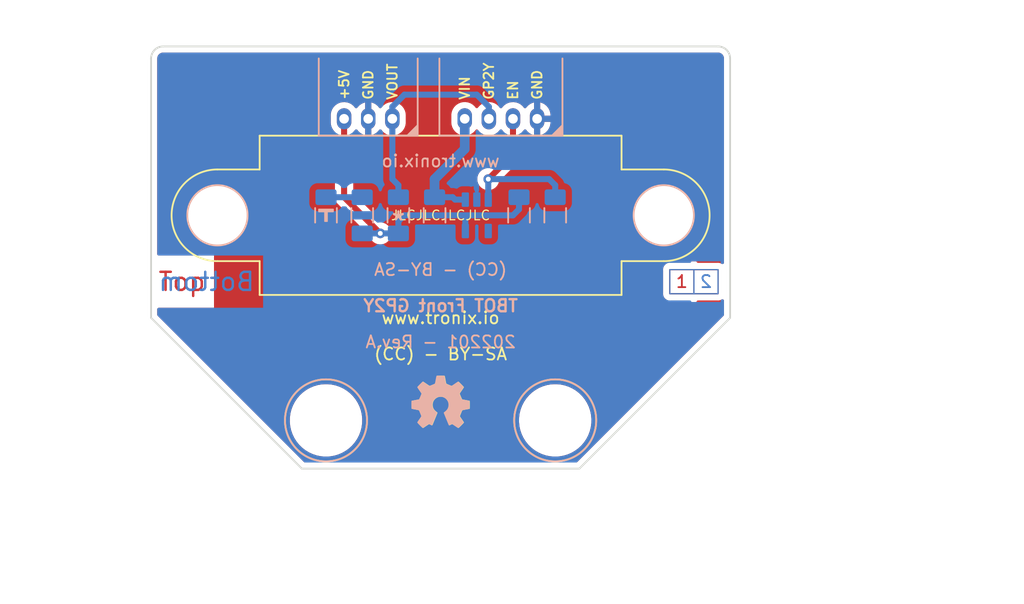
<source format=kicad_pcb>
(kicad_pcb (version 20211014) (generator pcbnew)
  (title_block (title "TBOT - Front SHARP-GP2Y") (date "01/2022") (rev "A"))
  (layers (0 "F.Cu" signal) (31 "B.Cu" signal) (34 "B.Paste" user) (35 "F.Paste" user) (36 "B.SilkS" user "B.Silkscreen") (37 "F.SilkS" user "F.Silkscreen") (38 "B.Mask" user) (39 "F.Mask" user) (44 "Edge.Cuts" user))
  (net 0 "")
  (net 1 "GND")
  (net 2 "+5V")
  (net 3 "VIN")
  (net 4 "Net-(LED1-Pad2)")
  (net 5 "MCU_ENABLE")
  (net 7 "GP2Y_OUT")
  (footprint "tronixio:OSHW-5MM" (layer "F.Cu") (at 124 94.5)
    (fp_text reference "GT" hide)
    (fp_text value "LOGO" hide)
    (fp_poly (pts (xy 0.112503 -2.205305) (xy 0.188585 -2.204991) (xy 0.245175 -2.204139) (xy 0.285349 -2.202485) (xy 0.312183 -2.19976) (xy 0.328754 -2.195697) (xy 0.338137 -2.190029) (xy 0.343407 -2.182489) (xy 0.346067 -2.176502) (xy 0.351819 -2.155872) (xy 0.361219 -2.114019) (xy 0.373445 -2.054971) (xy 0.387673 -1.982754) (xy 0.403082 -1.901397) (xy 0.410766 -1.859685) (xy 0.426304 -1.776128) (xy 0.440921 -1.700487) (xy 0.453831 -1.636607) (xy 0.464245 -1.58833) (xy 0.471376 -1.559501) (xy 0.473495 -1.553524) (xy 0.487624 -1.543829) (xy 0.520987 -1.52669) (xy 0.568967 -1.504087) (xy 0.626948 -1.477998) (xy 0.690314 -1.450405) (xy 0.754449 -1.423285) (xy 0.814737 -1.398618) (xy 0.866561 -1.378383) (xy 0.905305 -1.36456) (xy 0.926354 -1.359128) (xy 0.92691 -1.359112) (xy 0.941518 -1.366107) (xy 0.97411 -1.385773) (xy 1.021624 -1.416127) (xy 1.080997 -1.455189) (xy 1.149167 -1.500978) (xy 1.204337 -1.538617) (xy 1.276991 -1.58813) (xy 1.343025 -1.632413) (xy 1.399403 -1.669487) (xy 1.443088 -1.697374) (xy 1.471043 -1.714097) (xy 1.47988 -1.718122) (xy 1.493641 -1.709282) (xy 1.521915 -1.684807) (xy 1.561669 -1.647768) (xy 1.609873 -1.601234) (xy 1.663495 -1.548276) (xy 1.719505 -1.491962) (xy 1.774871 -1.435363) (xy 1.826562 -1.381549) (xy 1.871548 -1.33359) (xy 1.906797 -1.294555) (xy 1.929278 -1.267514) (xy 1.936093 -1.256075) (xy 1.930212 -1.239792) (xy 1.912193 -1.207543) (xy 1.881475 -1.158462) (xy 1.837495 -1.091686) (xy 1.779689 -1.00635) (xy 1.707495 -0.901591) (xy 1.671879 -0.850344) (xy 1.638824 -0.80126) (xy 1.612148 -0.758563) (xy 1.594893 -0.727324) (xy 1.589904 -0.713655) (xy 1.594754 -0.697334) (xy 1.608013 -0.662128) (xy 1.62775 -0.612617) (xy 1.652031 -0.55338) (xy 1.678922 -0.488996) (xy 1.706491 -0.424047) (xy 1.732803 -0.363111) (xy 1.755927 -0.310768) (xy 1.773928 -0.271598) (xy 1.784874 -0.25018) (xy 1.786526 -0.247868) (xy 1.800495 -0.243726) (xy 1.836105 -0.235699) (xy 1.889773 -0.224522) (xy 1.957915 -0.210929) (xy 2.036948 -0.195656) (xy 2.090365 -0.185568) (xy 2.175183 -0.169544) (xy 2.252099 -0.15474) (xy 2.317349 -0.141901) (xy 2.367173 -0.131773) (xy 2.397809 -0.125104) (xy 2.405431 -0.123066) (xy 2.411063 -0.116814) (xy 2.415426 -0.101095) (xy 2.418668 -0.073197) (xy 2.420933 -0.030409) (xy 2.422366 0.02998) (xy 2.423114 0.110684) (xy 2.423321 0.210293) (xy 2.423202 0.310587) (xy 2.422711 0.388201) (xy 2.421649 0.446096) (xy 2.419816 0.487237) (xy 2.417013 0.514584) (xy 2.41304 0.531101) (xy 2.407697 0.53975) (xy 2.400883 0.543466) (xy 2.378661 0.548625) (xy 2.338314 0.556746) (xy 2.286985 0.566415) (xy 2.263049 0.570744) (xy 2.127407 0.595376) (xy 2.016332 0.616479) (xy 1.929018 0.634225) (xy 1.864656 0.64879) (xy 1.82244 0.660347) (xy 1.801562 0.66907) (xy 1.79987 0.670496) (xy 1.791465 0.686078) (xy 1.775685 0.720992) (xy 1.754362 0.770707) (xy 1.729327 0.830694) (xy 1.702414 0.896422) (xy 1.675454 0.96336) (xy 1.650281 1.026979) (xy 1.628726 1.082748) (xy 1.612622 1.126137) (xy 1.603801 1.152615) (xy 1.602692 1.157988) (xy 1.610028 1.172767) (xy 1.63143 1.207108) (xy 1.666036 1.259722) (xy 1.712983 1.329322) (xy 1.771408 1.414621) (xy 1.840447 1.51433) (xy 1.867654 1.553391) (xy 1.897811 1.599113) (xy 1.921185 1.639288) (xy 1.934376 1.667841) (xy 1.936093 1.675677) (xy 1.927103 1.692014) (xy 1.901418 1.723855) (xy 1.860965 1.769075) (xy 1.807672 1.82555) (xy 1.743466 1.891154) (xy 1.71296 1.921664) (xy 1.643302 1.990709) (xy 1.589314 2.043494) (xy 1.548612 2.081971) (xy 1.518813 2.108091) (xy 1.497532 2.123805) (xy 1.482386 2.131066) (xy 1.470991 2.131825) (xy 1.460964 2.128033) (xy 1.460917 2.128008) (xy 1.441892 2.116253) (xy 1.405419 2.09234) (xy 1.355138 2.058707) (xy 1.294686 2.017792) (xy 1.227702 1.972033) (xy 1.210483 1.960205) (xy 1.143557 1.914694) (xy 1.083189 1.874607) (xy 1.032748 1.842104) (xy 0.995605 1.819344) (xy 0.975129 1.808488) (xy 0.972784 1.807875) (xy 0.955044 1.813477) (xy 0.920428 1.82855) (xy 0.874685 1.850498) (xy 0.843591 1.866246) (xy 0.794692 1.890329) (xy 0.754091 1.908142) (xy 0.727189 1.917434) (xy 0.719661 1.917874) (xy 0.71184 1.904564) (xy 0.695873 1.87093) (xy 0.673276 1.820398) (xy 0.645566 1.756397) (xy 0.614262 1.682354) (xy 0.595951 1.638326) (xy 0.555205 1.539832) (xy 0.509885 1.430374) (xy 0.463588 1.318629) (xy 0.419909 1.213275) (xy 0.382617 1.123407) (xy 0.352192 1.049365) (xy 0.325466 0.982847) (xy 0.303922 0.927668) (xy 0.289044 0.887646) (xy 0.282318 0.866596) (xy 0.28208 0.86489) (xy 0.291868 0.850064) (xy 0.317767 0.825757) (xy 0.354572 0.796754) (xy 0.362216 0.791216) (xy 0.47362 0.699405) (xy 0.560778 0.600114) (xy 0.624272 0.492284) (xy 0.664684 0.374854) (xy 0.682594 0.246763) (xy 0.683668 0.205149) (xy 0.672966 0.079705) (xy 0.639876 -0.035509) (xy 0.583362 -0.143051) (xy 0.502387 -0.245478) (xy 0.500128 -0.247901) (xy 0.404266 -0.332655) (xy 0.297367 -0.395917) (xy 0.182586 -0.437559) (xy 0.063074 -0.45745) (xy -0.058015 -0.455461) (xy -0.177529 -0.431461) (xy -0.292317 -0.38532) (xy -0.399224 -0.316909) (xy -0.435557 -0.286461) (xy -0.524789 -0.19034) (xy -0.590858 -0.083248) (xy -0.63358 0.034398) (xy -0.65277 0.162186) (xy -0.653912 0.203806) (xy -0.64477 0.331905) (xy -0.616397 0.446756) (xy -0.567372 0.551025) (xy -0.496276 0.647379) (xy -0.401689 0.738486) (xy -0.345898 0.782346) (xy -0.305473 0.814275) (xy -0.274554 0.84243) (xy -0.257973 0.862253) (xy -0.256436 0.866724) (xy -0.261189 0.882472) (xy -0.274692 0.919019) (xy -0.295811 0.973504) (xy -0.323413 1.043065) (xy -0.356365 1.124837) (xy -0.393532 1.21596) (xy -0.424781 1.291835) (xy -0.466473 1.392714) (xy -0.506757 1.490316) (xy -0.54414 1.581016) (xy -0.57713 1.661187) (xy -0.604234 1.727202) (xy -0.623959 1.775436) (xy -0.631922 1.795053) (xy -0.656173 1.85428) (xy -0.675445 1.89208) (xy -0.695005 1.910535) (xy -0.720119 1.911726) (xy -0.756055 1.897735) (xy -0.80808 1.870643) (xy -0.814523 1.867212) (xy -0.863833 1.841835) (xy -0.905672 1.821875) (xy -0.934272 1.810004) (xy -0.942679 1.807875) (xy -0.957624 1.814831) (xy -0.990452 1.834339) (xy -1.037961 1.864353) (xy -1.096948 1.902829) (xy -1.164211 1.947723) (xy -1.20379 1.974558) (xy -1.273782 2.022017) (xy -1.336742 2.064219) (xy -1.389581 2.099132) (xy -1.429212 2.124728) (xy -1.452547 2.138976) (xy -1.457362 2.141242) (xy -1.468597 2.132572) (xy -1.495354 2.108206) (xy -1.53505 2.070611) (xy -1.585104 2.022252) (xy -1.642932 1.965596) (xy -1.688443 1.920545) (xy -1.754363 1.854061) (xy -1.811428 1.794627) (xy -1.857492 1.744605) (xy -1.890411 1.706358) (xy -1.908038 1.682247) (xy -1.910449 1.676115) (xy -1.903342 1.656709) (xy -1.88402 1.621725) (xy -1.855484 1.576225) (xy -1.822794 1.528185) (xy -1.761853 1.44109) (xy -1.706889 1.361082) (xy -1.659529 1.29063) (xy -1.621397 1.232204) (xy -1.594118 1.188276) (xy -1.579316 1.161316) (xy -1.577082 1.154608) (xy -1.581837 1.136716) (xy -1.594857 1.099854) (xy -1.614275 1.048609) (xy -1.638222 0.987568) (xy -1.664831 0.921316) (xy -1.692235 0.854442) (xy -1.718566 0.791531) (xy -1.741957 0.737171) (xy -1.76054 0.695948) (xy -1.772447 0.672449) (xy -1.774702 0.66925) (xy -1.791569 0.66222) (xy -1.829891 0.651729) (xy -1.885847 0.638647) (xy -1.955617 0.623842) (xy -2.035381 0.608183) (xy -2.07828 0.60022) (xy -2.161621 0.584627) (xy -2.236906 0.569745) (xy -2.300315 0.556391) (xy -2.348033 0.545387) (xy -2.37624 0.537551) (xy -2.381867 0.535051) (xy -2.387099 0.524908) (xy -2.390991 0.502231) (xy -2.393638 0.46456) (xy -2.395134 0.409435) (xy -2.395573 0.334397) (xy -2.39505 0.236985) (xy -2.394689 0.200194) (xy -2.391267 -0.121807) (xy -2.282282 -0.143659) (xy -2.229898 -0.153965) (xy -2.160108 -0.167419) (xy -2.080727 -0.182526) (xy -1.999569 -0.197795) (xy -1.970053 -0.203298) (xy -1.900658 -0.216734) (xy -1.840162 -0.229455) (xy -1.793065 -0.240437) (xy -1.763866 -0.248652) (xy -1.756665 -0.251967) (xy -1.746988 -0.268752) (xy -1.729936 -0.304533) (xy -1.707477 -0.354612) (xy -1.681582 -0.414291) (xy -1.654218 -0.478872) (xy -1.627353 -0.543658) (xy -1.602957 -0.60395) (xy -1.582998 -0.65505) (xy -1.569445 -0.692261) (xy -1.564266 -0.710885) (xy -1.564261 -0.711124) (xy -1.571273 -0.727773) (xy -1.590937 -0.762151) (xy -1.621195 -0.810982) (xy -1.659988 -0.870991) (xy -1.705259 -0.938901) (xy -1.732615 -0.979077) (xy -1.780965 -1.050145) (xy -1.82446 -1.115201) (xy -1.860949 -1.170937) (xy -1.888284 -1.214046) (xy -1.904314 -1.24122) (xy -1.907531 -1.248169) (xy -1.904717 -1.261112) (xy -1.890381 -1.283286) (xy -1.863069 -1.316351) (xy -1.821325 -1.361969) (xy -1.763692 -1.421801) (xy -1.691232 -1.494988) (xy -1.628982 -1.55669) (xy -1.572135 -1.611849) (xy -1.523344 -1.657988) (xy -1.485263 -1.692627) (xy -1.460542 -1.713289) (xy -1.452414 -1.718122) (xy -1.437782 -1.711105) (xy -1.405251 -1.6914) (xy -1.357928 -1.661025) (xy -1.298923 -1.621998) (xy -1.231343 -1.576338) (xy -1.183018 -1.543181) (xy -1.111112 -1.493886) (xy -1.04544 -1.44951) (xy -0.989183 -1.41215) (xy -0.945519 -1.383901) (xy -0.917627 -1.36686) (xy -0.90944 -1.362781) (xy -0.891885 -1.365776) (xy -0.855505 -1.377082) (xy -0.805012 -1.394838) (xy -0.745121 -1.417183) (xy -0.680546 -1.442257) (xy -0.616001 -1.468199) (xy -0.5562 -1.493147) (xy -0.505857 -1.515243) (xy -0.469686 -1.532623) (xy -0.45278 -1.543038) (xy -0.446293 -1.559308) (xy -0.436108 -1.597206) (xy -0.423041 -1.653118) (xy -0.407909 -1.723429) (xy -0.391528 -1.804525) (xy -0.378917 -1.870225) (xy -0.362481 -1.956759) (xy -0.347254 -2.035011) (xy -0.333961 -2.101421) (xy -0.323321 -2.152432) (xy -0.316058 -2.184486) (xy -0.31324 -2.193976) (xy -0.299005 -2.197095) (xy -0.262664 -2.199887) (xy -0.207755 -2.20223) (xy -0.137813 -2.204) (xy -0.056376 -2.205075) (xy 0.013853 -2.205351)) (layer "F.SilkS") (width 0) (fill solid))
  )
  (footprint "tronixio:SHARP-GP2Y0A" (layer "F.Cu") (at 124 79)
    (fp_text reference "IR1")
    (fp_text value "SHARP-GP2Y0xx1")
    (fp_circle (center -18.5 0) (end -16 0) (layer "B.SilkS") (width 0.15) (fill none))
    (fp_circle (center 18.5 0) (end 21 0) (layer "B.SilkS") (width 0.15) (fill none))
    (fp_line (start 15 3.8) (end 18.5 3.8) (layer "F.SilkS") (width 0.15))
    (fp_line (start -18.5 3.8) (end -15 3.8) (layer "F.SilkS") (width 0.15))
    (fp_line (start 15 -3.8) (end 15 -6.6) (layer "F.SilkS") (width 0.15))
    (fp_line (start -15 3.8) (end -15 6.6) (layer "F.SilkS") (width 0.15))
    (fp_line (start -15 6.6) (end 15 6.6) (layer "F.SilkS") (width 0.15))
    (fp_line (start 18.5 -3.8) (end 15 -3.8) (layer "F.SilkS") (width 0.15))
    (fp_line (start -15 -6.6) (end -15 -3.8) (layer "F.SilkS") (width 0.15))
    (fp_line (start -15 -6.6) (end 15 -6.6) (layer "F.SilkS") (width 0.15))
    (fp_line (start -15 -3.8) (end -18.5 -3.8) (layer "F.SilkS") (width 0.15))
    (fp_line (start 15 6.6) (end 15 3.8) (layer "F.SilkS") (width 0.15))
    (fp_arc (start -18.5 3.8) (mid -22.3 0) (end -18.5 -3.8) (layer "F.SilkS") (width 0.15))
    (fp_arc (start 18.5 -3.8) (mid 22.3 0) (end 18.5 3.8) (layer "F.SilkS") (width 0.15))
    (pad "" np_thru_hole circle (at 18.5 0) (size 3 3) (drill 3) (layers F&B.Cu *.Mask) (clearance 1))
    (pad "" np_thru_hole circle (at -18.5 0) (size 3 3) (drill 3) (layers F&B.Cu *.Mask) (clearance 1))
  )
  (footprint "tronixio:M3-MASK" (layer "B.Cu") (at 114.5 96 180)
    (fp_text reference "H2" hide)
    (fp_text value "MOUNTING-HOLE-MASK-3MM" hide)
    (fp_circle (center 0 0) (end 3.4 0) (layer "B.SilkS") (width 0.15) (fill none))
    (fp_circle (center 0 0) (end 3.4 0) (layer "F.SilkS") (width 0.15) (fill none))
    (pad "" np_thru_hole circle (at 0 0 180) (size 3 3) (drill 3) (layers F&B.Cu *.Mask) (clearance 1.5))
  )
  (footprint "tronixio:CAPACITOR-1206" (layer "B.Cu") (at 130.5 79 -90)
    (fp_text reference "C2")
    (fp_text value "1µ")
    (fp_line (start -0.6 0.9) (end 0.6 0.9) (layer "B.SilkS") (width 0.15))
    (fp_line (start -0.6 -0.9) (end 0.6 -0.9) (layer "B.SilkS") (width 0.15))
    (pad "1" smd roundrect (at -1.5 0 270) (size 1.3 1.75) (layers "B.Cu" "B.Paste" "B.Mask") (roundrect_rratio 0.15) (net 2 "+5V"))
    (pad "2" smd roundrect (at 1.5 0 270) (size 1.3 1.75) (layers "B.Cu" "B.Paste" "B.Mask") (roundrect_rratio 0.15) (net 1 "GND"))
  )
  (footprint "tronixio:LED-1206" (layer "B.Cu") (at 114.5 79 90)
    (fp_text reference "LED1")
    (fp_text value "Power")
    (fp_line (start -0.6 -0.9) (end 0.6 -0.9) (layer "B.SilkS") (width 0.15))
    (fp_line (start -0.6 0.9) (end 0.6 0.9) (layer "B.SilkS") (width 0.15))
    (fp_poly (pts (xy 0.5 -0.6) (xy 0.3 -0.6) (xy 0.3 -0.1) (xy -0.5 -0.1) (xy -0.5 0.1) (xy 0.3 0.1) (xy 0.3 0.6) (xy 0.5 0.6)) (layer "B.SilkS") (width 0.1) (fill solid))
    (pad "1" smd roundrect (at -1.5 0 90) (size 1.3 1.75) (layers "B.Cu" "B.Paste" "B.Mask") (roundrect_rratio 0.15) (net 1 "GND"))
    (pad "2" smd roundrect (at 1.5 0 90) (size 1.3 1.75) (layers "B.Cu" "B.Paste" "B.Mask") (roundrect_rratio 0.15) (net 4 "Net-(LED1-Pad2)"))
  )
  (footprint "tronixio:SOT-23-5" (layer "B.Cu") (at 127 79 -90)
    (fp_text reference "IC1")
    (fp_text value "MCP1755-50")
    (pad "1" smd roundrect locked (at -1.3 0.95 270) (size 1.2 0.6) (layers "B.Cu" "B.Paste" "B.Mask") (roundrect_rratio 0.15) (net 3 "VIN"))
    (pad "2" smd roundrect locked (at -1.3 0 270) (size 1.2 0.6) (layers "B.Cu" "B.Paste" "B.Mask") (roundrect_rratio 0.15) (net 1 "GND"))
    (pad "3" smd roundrect locked (at -1.3 -0.95 270) (size 1.2 0.6) (layers "B.Cu" "B.Paste" "B.Mask") (roundrect_rratio 0.15) (net 5 "MCU_ENABLE"))
    (pad "4" smd roundrect locked (at 1.3 -0.95 270) (size 1.2 0.6) (layers "B.Cu" "B.Paste" "B.Mask") (roundrect_rratio 0.15))
    (pad "5" smd roundrect locked (at 1.3 0.95 270) (size 1.2 0.6) (layers "B.Cu" "B.Paste" "B.Mask") (roundrect_rratio 0.15) (net 2 "+5V"))
  )
  (footprint "tronixio:CAPACITOR-1206" (layer "B.Cu") (at 123.5 79 -90)
    (fp_text reference "C1")
    (fp_text value "1µ")
    (fp_line (start -0.6 0.9) (end 0.6 0.9) (layer "B.SilkS") (width 0.15))
    (fp_line (start -0.6 -0.9) (end 0.6 -0.9) (layer "B.SilkS") (width 0.15))
    (pad "1" smd roundrect (at -1.5 0 270) (size 1.3 1.75) (layers "B.Cu" "B.Paste" "B.Mask") (roundrect_rratio 0.15) (net 3 "VIN"))
    (pad "2" smd roundrect (at 1.5 0 270) (size 1.3 1.75) (layers "B.Cu" "B.Paste" "B.Mask") (roundrect_rratio 0.15) (net 1 "GND"))
  )
  (footprint "tronixio:M3-MASK" (layer "B.Cu") (at 133.5 96 90)
    (fp_text reference "H1" hide)
    (fp_text value "MOUNTING-HOLE-MASK-3MM" hide)
    (fp_circle (center 0 0) (end 3.4 0) (layer "B.SilkS") (width 0.15) (fill none))
    (fp_circle (center 0 0) (end 3.4 0) (layer "F.SilkS") (width 0.15) (fill none))
    (pad "" np_thru_hole circle (at 0 0 90) (size 3 3) (drill 3) (layers F&B.Cu *.Mask) (clearance 1.5))
  )
  (footprint "tronixio:RESISTOR-1206" (layer "B.Cu") (at 133.5 79 -90)
    (fp_text reference "R1")
    (fp_text value "100K")
    (fp_line (start -0.6 -0.9) (end 0.6 -0.9) (layer "B.SilkS") (width 0.15))
    (fp_line (start -0.6 0.9) (end 0.6 0.9) (layer "B.SilkS") (width 0.15))
    (pad "1" smd roundrect (at -1.5 0 270) (size 1.3 1.75) (layers "B.Cu" "B.Paste" "B.Mask") (roundrect_rratio 0.15) (net 5 "MCU_ENABLE"))
    (pad "2" smd roundrect (at 1.5 0 270) (size 1.3 1.75) (layers "B.Cu" "B.Paste" "B.Mask") (roundrect_rratio 0.15) (net 1 "GND"))
  )
  (footprint "tronixio:RESISTOR-1206" (layer "B.Cu") (at 117.5 79 90)
    (fp_text reference "R2")
    (fp_text value "4K7")
    (fp_line (start -0.6 0.9) (end 0.6 0.9) (layer "B.SilkS") (width 0.15))
    (fp_line (start -0.6 -0.9) (end 0.6 -0.9) (layer "B.SilkS") (width 0.15))
    (pad "1" smd roundrect (at -1.5 0 90) (size 1.3 1.75) (layers "B.Cu" "B.Paste" "B.Mask") (roundrect_rratio 0.15) (net 2 "+5V"))
    (pad "2" smd roundrect (at 1.5 0 90) (size 1.3 1.75) (layers "B.Cu" "B.Paste" "B.Mask") (roundrect_rratio 0.15) (net 4 "Net-(LED1-Pad2)"))
  )
  (footprint "tronixio:MOLEX-532540470" (layer "B.Cu") (at 132 71 180)
    (fp_text reference "K2")
    (fp_text value "MCU")
    (fp_line (start 8.1 -1.4) (end 8.1 5) (layer "B.SilkS") (width 0.15))
    (fp_line (start -2.1 5) (end -2.1 -1.4) (layer "B.SilkS") (width 0.15))
    (fp_line (start -2.1 -1.4) (end 8.1 -1.4) (layer "B.SilkS") (width 0.15))
    (fp_poly (pts (xy -2.1 -0.5) (xy -1.2 -1.4) (xy -2.1 -1.4)) (layer "B.SilkS") (width 0.1) (fill solid))
    (pad "1" thru_hole oval locked (at 0 0 180) (size 1.2 1.75) (drill 0.8) (layers *.Cu *.Mask) (net 1 "GND"))
    (pad "2" thru_hole oval locked (at 2 0 180) (size 1.2 1.75) (drill 0.8) (layers *.Cu *.Mask) (net 5 "MCU_ENABLE"))
    (pad "3" thru_hole oval locked (at 4 0 180) (size 1.2 1.75) (drill 0.8) (layers *.Cu *.Mask) (net 7 "GP2Y_OUT"))
    (pad "4" thru_hole oval locked (at 6 0 180) (size 1.2 1.75) (drill 0.8) (layers *.Cu *.Mask) (net 3 "VIN"))
  )
  (footprint "tronixio:OSHW-5MM" (layer "B.Cu") (at 124 94.5 180)
    (fp_text reference "GB" hide)
    (fp_text value "LOGO" hide)
    (fp_poly (pts (xy 0.112503 2.205305) (xy 0.188585 2.204991) (xy 0.245175 2.204139) (xy 0.285349 2.202485) (xy 0.312183 2.19976) (xy 0.328754 2.195697) (xy 0.338137 2.190029) (xy 0.343407 2.182489) (xy 0.346067 2.176502) (xy 0.351819 2.155872) (xy 0.361219 2.114019) (xy 0.373445 2.054971) (xy 0.387673 1.982754) (xy 0.403082 1.901397) (xy 0.410766 1.859685) (xy 0.426304 1.776128) (xy 0.440921 1.700487) (xy 0.453831 1.636607) (xy 0.464245 1.58833) (xy 0.471376 1.559501) (xy 0.473495 1.553524) (xy 0.487624 1.543829) (xy 0.520987 1.52669) (xy 0.568967 1.504087) (xy 0.626948 1.477998) (xy 0.690314 1.450405) (xy 0.754449 1.423285) (xy 0.814737 1.398618) (xy 0.866561 1.378383) (xy 0.905305 1.36456) (xy 0.926354 1.359128) (xy 0.92691 1.359112) (xy 0.941518 1.366107) (xy 0.97411 1.385773) (xy 1.021624 1.416127) (xy 1.080997 1.455189) (xy 1.149167 1.500978) (xy 1.204337 1.538617) (xy 1.276991 1.58813) (xy 1.343025 1.632413) (xy 1.399403 1.669487) (xy 1.443088 1.697374) (xy 1.471043 1.714097) (xy 1.47988 1.718122) (xy 1.493641 1.709282) (xy 1.521915 1.684807) (xy 1.561669 1.647768) (xy 1.609873 1.601234) (xy 1.663495 1.548276) (xy 1.719505 1.491962) (xy 1.774871 1.435363) (xy 1.826562 1.381549) (xy 1.871548 1.33359) (xy 1.906797 1.294555) (xy 1.929278 1.267514) (xy 1.936093 1.256075) (xy 1.930212 1.239792) (xy 1.912193 1.207543) (xy 1.881475 1.158462) (xy 1.837495 1.091686) (xy 1.779689 1.00635) (xy 1.707495 0.901591) (xy 1.671879 0.850344) (xy 1.638824 0.80126) (xy 1.612148 0.758563) (xy 1.594893 0.727324) (xy 1.589904 0.713655) (xy 1.594754 0.697334) (xy 1.608013 0.662128) (xy 1.62775 0.612617) (xy 1.652031 0.55338) (xy 1.678922 0.488996) (xy 1.706491 0.424047) (xy 1.732803 0.363111) (xy 1.755927 0.310768) (xy 1.773928 0.271598) (xy 1.784874 0.25018) (xy 1.786526 0.247868) (xy 1.800495 0.243726) (xy 1.836105 0.235699) (xy 1.889773 0.224522) (xy 1.957915 0.210929) (xy 2.036948 0.195656) (xy 2.090365 0.185568) (xy 2.175183 0.169544) (xy 2.252099 0.15474) (xy 2.317349 0.141901) (xy 2.367173 0.131773) (xy 2.397809 0.125104) (xy 2.405431 0.123066) (xy 2.411063 0.116814) (xy 2.415426 0.101095) (xy 2.418668 0.073197) (xy 2.420933 0.030409) (xy 2.422366 -0.02998) (xy 2.423114 -0.110684) (xy 2.423321 -0.210293) (xy 2.423202 -0.310587) (xy 2.422711 -0.388201) (xy 2.421649 -0.446096) (xy 2.419816 -0.487237) (xy 2.417013 -0.514584) (xy 2.41304 -0.531101) (xy 2.407697 -0.53975) (xy 2.400883 -0.543466) (xy 2.378661 -0.548625) (xy 2.338314 -0.556746) (xy 2.286985 -0.566415) (xy 2.263049 -0.570744) (xy 2.127407 -0.595376) (xy 2.016332 -0.616479) (xy 1.929018 -0.634225) (xy 1.864656 -0.64879) (xy 1.82244 -0.660347) (xy 1.801562 -0.66907) (xy 1.79987 -0.670496) (xy 1.791465 -0.686078) (xy 1.775685 -0.720992) (xy 1.754362 -0.770707) (xy 1.729327 -0.830694) (xy 1.702414 -0.896422) (xy 1.675454 -0.96336) (xy 1.650281 -1.026979) (xy 1.628726 -1.082748) (xy 1.612622 -1.126137) (xy 1.603801 -1.152615) (xy 1.602692 -1.157988) (xy 1.610028 -1.172767) (xy 1.63143 -1.207108) (xy 1.666036 -1.259722) (xy 1.712983 -1.329322) (xy 1.771408 -1.414621) (xy 1.840447 -1.51433) (xy 1.867654 -1.553391) (xy 1.897811 -1.599113) (xy 1.921185 -1.639288) (xy 1.934376 -1.667841) (xy 1.936093 -1.675677) (xy 1.927103 -1.692014) (xy 1.901418 -1.723855) (xy 1.860965 -1.769075) (xy 1.807672 -1.82555) (xy 1.743466 -1.891154) (xy 1.71296 -1.921664) (xy 1.643302 -1.990709) (xy 1.589314 -2.043494) (xy 1.548612 -2.081971) (xy 1.518813 -2.108091) (xy 1.497532 -2.123805) (xy 1.482386 -2.131066) (xy 1.470991 -2.131825) (xy 1.460964 -2.128033) (xy 1.460917 -2.128008) (xy 1.441892 -2.116253) (xy 1.405419 -2.09234) (xy 1.355138 -2.058707) (xy 1.294686 -2.017792) (xy 1.227702 -1.972033) (xy 1.210483 -1.960205) (xy 1.143557 -1.914694) (xy 1.083189 -1.874607) (xy 1.032748 -1.842104) (xy 0.995605 -1.819344) (xy 0.975129 -1.808488) (xy 0.972784 -1.807875) (xy 0.955044 -1.813477) (xy 0.920428 -1.82855) (xy 0.874685 -1.850498) (xy 0.843591 -1.866246) (xy 0.794692 -1.890329) (xy 0.754091 -1.908142) (xy 0.727189 -1.917434) (xy 0.719661 -1.917874) (xy 0.71184 -1.904564) (xy 0.695873 -1.87093) (xy 0.673276 -1.820398) (xy 0.645566 -1.756397) (xy 0.614262 -1.682354) (xy 0.595951 -1.638326) (xy 0.555205 -1.539832) (xy 0.509885 -1.430374) (xy 0.463588 -1.318629) (xy 0.419909 -1.213275) (xy 0.382617 -1.123407) (xy 0.352192 -1.049365) (xy 0.325466 -0.982847) (xy 0.303922 -0.927668) (xy 0.289044 -0.887646) (xy 0.282318 -0.866596) (xy 0.28208 -0.86489) (xy 0.291868 -0.850064) (xy 0.317767 -0.825757) (xy 0.354572 -0.796754) (xy 0.362216 -0.791216) (xy 0.47362 -0.699405) (xy 0.560778 -0.600114) (xy 0.624272 -0.492284) (xy 0.664684 -0.374854) (xy 0.682594 -0.246763) (xy 0.683668 -0.205149) (xy 0.672966 -0.079705) (xy 0.639876 0.035509) (xy 0.583362 0.143051) (xy 0.502387 0.245478) (xy 0.500128 0.247901) (xy 0.404266 0.332655) (xy 0.297367 0.395917) (xy 0.182586 0.437559) (xy 0.063074 0.45745) (xy -0.058015 0.455461) (xy -0.177529 0.431461) (xy -0.292317 0.38532) (xy -0.399224 0.316909) (xy -0.435557 0.286461) (xy -0.524789 0.19034) (xy -0.590858 0.083248) (xy -0.63358 -0.034398) (xy -0.65277 -0.162186) (xy -0.653912 -0.203806) (xy -0.64477 -0.331905) (xy -0.616397 -0.446756) (xy -0.567372 -0.551025) (xy -0.496276 -0.647379) (xy -0.401689 -0.738486) (xy -0.345898 -0.782346) (xy -0.305473 -0.814275) (xy -0.274554 -0.84243) (xy -0.257973 -0.862253) (xy -0.256436 -0.866724) (xy -0.261189 -0.882472) (xy -0.274692 -0.919019) (xy -0.295811 -0.973504) (xy -0.323413 -1.043065) (xy -0.356365 -1.124837) (xy -0.393532 -1.21596) (xy -0.424781 -1.291835) (xy -0.466473 -1.392714) (xy -0.506757 -1.490316) (xy -0.54414 -1.581016) (xy -0.57713 -1.661187) (xy -0.604234 -1.727202) (xy -0.623959 -1.775436) (xy -0.631922 -1.795053) (xy -0.656173 -1.85428) (xy -0.675445 -1.89208) (xy -0.695005 -1.910535) (xy -0.720119 -1.911726) (xy -0.756055 -1.897735) (xy -0.80808 -1.870643) (xy -0.814523 -1.867212) (xy -0.863833 -1.841835) (xy -0.905672 -1.821875) (xy -0.934272 -1.810004) (xy -0.942679 -1.807875) (xy -0.957624 -1.814831) (xy -0.990452 -1.834339) (xy -1.037961 -1.864353) (xy -1.096948 -1.902829) (xy -1.164211 -1.947723) (xy -1.20379 -1.974558) (xy -1.273782 -2.022017) (xy -1.336742 -2.064219) (xy -1.389581 -2.099132) (xy -1.429212 -2.124728) (xy -1.452547 -2.138976) (xy -1.457362 -2.141242) (xy -1.468597 -2.132572) (xy -1.495354 -2.108206) (xy -1.53505 -2.070611) (xy -1.585104 -2.022252) (xy -1.642932 -1.965596) (xy -1.688443 -1.920545) (xy -1.754363 -1.854061) (xy -1.811428 -1.794627) (xy -1.857492 -1.744605) (xy -1.890411 -1.706358) (xy -1.908038 -1.682247) (xy -1.910449 -1.676115) (xy -1.903342 -1.656709) (xy -1.88402 -1.621725) (xy -1.855484 -1.576225) (xy -1.822794 -1.528185) (xy -1.761853 -1.44109) (xy -1.706889 -1.361082) (xy -1.659529 -1.29063) (xy -1.621397 -1.232204) (xy -1.594118 -1.188276) (xy -1.579316 -1.161316) (xy -1.577082 -1.154608) (xy -1.581837 -1.136716) (xy -1.594857 -1.099854) (xy -1.614275 -1.048609) (xy -1.638222 -0.987568) (xy -1.664831 -0.921316) (xy -1.692235 -0.854442) (xy -1.718566 -0.791531) (xy -1.741957 -0.737171) (xy -1.76054 -0.695948) (xy -1.772447 -0.672449) (xy -1.774702 -0.66925) (xy -1.791569 -0.66222) (xy -1.829891 -0.651729) (xy -1.885847 -0.638647) (xy -1.955617 -0.623842) (xy -2.035381 -0.608183) (xy -2.07828 -0.60022) (xy -2.161621 -0.584627) (xy -2.236906 -0.569745) (xy -2.300315 -0.556391) (xy -2.348033 -0.545387) (xy -2.37624 -0.537551) (xy -2.381867 -0.535051) (xy -2.387099 -0.524908) (xy -2.390991 -0.502231) (xy -2.393638 -0.46456) (xy -2.395134 -0.409435) (xy -2.395573 -0.334397) (xy -2.39505 -0.236985) (xy -2.394689 -0.200194) (xy -2.391267 0.121807) (xy -2.282282 0.143659) (xy -2.229898 0.153965) (xy -2.160108 0.167419) (xy -2.080727 0.182526) (xy -1.999569 0.197795) (xy -1.970053 0.203298) (xy -1.900658 0.216734) (xy -1.840162 0.229455) (xy -1.793065 0.240437) (xy -1.763866 0.248652) (xy -1.756665 0.251967) (xy -1.746988 0.268752) (xy -1.729936 0.304533) (xy -1.707477 0.354612) (xy -1.681582 0.414291) (xy -1.654218 0.478872) (xy -1.627353 0.543658) (xy -1.602957 0.60395) (xy -1.582998 0.65505) (xy -1.569445 0.692261) (xy -1.564266 0.710885) (xy -1.564261 0.711124) (xy -1.571273 0.727773) (xy -1.590937 0.762151) (xy -1.621195 0.810982) (xy -1.659988 0.870991) (xy -1.705259 0.938901) (xy -1.732615 0.979077) (xy -1.780965 1.050145) (xy -1.82446 1.115201) (xy -1.860949 1.170937) (xy -1.888284 1.214046) (xy -1.904314 1.24122) (xy -1.907531 1.248169) (xy -1.904717 1.261112) (xy -1.890381 1.283286) (xy -1.863069 1.316351) (xy -1.821325 1.361969) (xy -1.763692 1.421801) (xy -1.691232 1.494988) (xy -1.628982 1.55669) (xy -1.572135 1.611849) (xy -1.523344 1.657988) (xy -1.485263 1.692627) (xy -1.460542 1.713289) (xy -1.452414 1.718122) (xy -1.437782 1.711105) (xy -1.405251 1.6914) (xy -1.357928 1.661025) (xy -1.298923 1.621998) (xy -1.231343 1.576338) (xy -1.183018 1.543181) (xy -1.111112 1.493886) (xy -1.04544 1.44951) (xy -0.989183 1.41215) (xy -0.945519 1.383901) (xy -0.917627 1.36686) (xy -0.90944 1.362781) (xy -0.891885 1.365776) (xy -0.855505 1.377082) (xy -0.805012 1.394838) (xy -0.745121 1.417183) (xy -0.680546 1.442257) (xy -0.616001 1.468199) (xy -0.5562 1.493147) (xy -0.505857 1.515243) (xy -0.469686 1.532623) (xy -0.45278 1.543038) (xy -0.446293 1.559308) (xy -0.436108 1.597206) (xy -0.423041 1.653118) (xy -0.407909 1.723429) (xy -0.391528 1.804525) (xy -0.378917 1.870225) (xy -0.362481 1.956759) (xy -0.347254 2.035011) (xy -0.333961 2.101421) (xy -0.323321 2.152432) (xy -0.316058 2.184486) (xy -0.31324 2.193976) (xy -0.299005 2.197095) (xy -0.262664 2.199887) (xy -0.207755 2.20223) (xy -0.137813 2.204) (xy -0.056376 2.205075) (xy 0.013853 2.205351)) (layer "B.SilkS") (width 0) (fill solid))
  )
  (footprint "tronixio:RESISTOR-1206" (layer "B.Cu") (at 120.5 79 90)
    (fp_text reference "R3")
    (fp_text value "10K")
    (fp_line (start -0.6 -0.9) (end 0.6 -0.9) (layer "B.SilkS") (width 0.15))
    (fp_line (start -0.6 0.9) (end 0.6 0.9) (layer "B.SilkS") (width 0.15))
    (pad "1" smd roundrect (at -1.5 0 90) (size 1.3 1.75) (layers "B.Cu" "B.Paste" "B.Mask") (roundrect_rratio 0.15) (net 2 "+5V"))
    (pad "2" smd roundrect (at 1.5 0 90) (size 1.3 1.75) (layers "B.Cu" "B.Paste" "B.Mask") (roundrect_rratio 0.15) (net 7 "GP2Y_OUT"))
  )
  (footprint "tronixio:MOLEX-532540370" (layer "B.Cu") (at 120 71 180)
    (fp_text reference "K1")
    (fp_text value "GP2Y")
    (fp_line (start 6.1 -1.4) (end 6.1 5) (layer "B.SilkS") (width 0.15))
    (fp_line (start -2.1 -1.4) (end 6.1 -1.4) (layer "B.SilkS") (width 0.15))
    (fp_line (start -2.1 5) (end -2.1 -1.4) (layer "B.SilkS") (width 0.15))
    (fp_poly (pts (xy -2.1 -0.5) (xy -1.2 -1.4) (xy -2.1 -1.4)) (layer "B.SilkS") (width 0.1) (fill solid))
    (pad "1" thru_hole oval (at 0 0 180) (size 1.2 1.75) (drill 0.8) (layers *.Cu *.Mask) (net 7 "GP2Y_OUT"))
    (pad "2" thru_hole oval (at 2 0 180) (size 1.2 1.75) (drill 0.8) (layers *.Cu *.Mask) (net 1 "GND"))
    (pad "3" thru_hole oval (at 4 0 180) (size 1.2 1.75) (drill 0.8) (layers *.Cu *.Mask) (net 2 "+5V"))
  )
  (gr_rect (start 143 85.5) (end 147 83.5) (layer "F.Cu") (width 0.1) (fill none))
  (gr_line (start 145 85.5) (end 145 83.5) (layer "F.Cu") (width 0.1))
  (gr_line (start 145 85.5) (end 145 83.5) (layer "B.Cu") (width 0.1))
  (gr_rect (start 143 85.5) (end 147 83.5) (layer "B.Cu") (width 0.1) (fill none))
  (gr_line (start 112.5 100) (end 135.5 100) (layer "Edge.Cuts") (width 0.15))
  (gr_line (start 135.5 100) (end 148 87.5) (layer "Edge.Cuts") (width 0.15))
  (gr_line (start 147 65) (end 101 65) (layer "Edge.Cuts") (width 0.15))
  (gr_arc (start 100 66) (mid 100.292893 65.292893) (end 101 65) (layer "Edge.Cuts") (width 0.15))
  (gr_line (start 148 87.5) (end 148 66) (layer "Edge.Cuts") (width 0.15))
  (gr_line (start 100 87.5) (end 112.5 100) (layer "Edge.Cuts") (width 0.15))
  (gr_line (start 100 66) (end 100 87.5) (layer "Edge.Cuts") (width 0.15))
  (gr_arc (start 147 65) (mid 147.707107 65.292893) (end 148 66) (layer "Edge.Cuts") (width 0.15))
  (gr_text "Top" (at 100.5 84.5) (layer "F.Cu") (effects (font (size 1.5 1.5) (thickness 0.2)) (justify left)))
  (gr_text "1" (at 144 84.5) (layer "F.Cu") (effects (font (size 1 1))))
  (gr_text "2" (at 146 84.5) (layer "B.Cu") (effects (font (size 1 1)) (justify mirror)))
  (gr_text "Bottom" (at 100.5 84.5) (layer "B.Cu") (effects (font (size 1.5 1.5) (thickness 0.2)) (justify right mirror)))
  (gr_text "*" (at 120.5 79.5) (layer "B.SilkS") (effects (font (size 1.5 1.5) (thickness 0.2)) (justify mirror)))
  (gr_text "TBOT Front GP2Y" (at 124 86.5) (layer "B.SilkS") (effects (font (size 1 1) (thickness 0.2)) (justify mirror)))
  (gr_text "202201 - Rev.A" (at 124 89.5) (layer "B.SilkS") (effects (font (size 1 1)) (justify mirror)))
  (gr_text "www.tronix.io" (at 124 74.5) (layer "B.SilkS") (effects (font (size 1 1)) (justify mirror)))
  (gr_text "(CC) - BY-SA" (at 124 83.5) (layer "B.SilkS") (effects (font (size 1 1)) (justify mirror)))
  (gr_text "VIN" (at 126 69.5 90) (layer "F.SilkS") (effects (font (size 0.8 0.8)) (justify left)))
  (gr_text "JLCJLCJLCJLC" (at 124 79) (layer "F.SilkS") (effects (font (size 0.8 0.8) (thickness 0.1))))
  (gr_text "VOUT" (at 120 69.5 90) (layer "F.SilkS") (effects (font (size 0.8 0.8)) (justify left)))
  (gr_text "EN" (at 130 69.5 90) (layer "F.SilkS") (effects (font (size 0.8 0.8)) (justify left)))
  (gr_text "www.tronix.io" (at 124 87.5) (layer "F.SilkS") (effects (font (size 1 1))))
  (gr_text "GP2Y" (at 128 69.5 90) (layer "F.SilkS") (effects (font (size 0.8 0.8)) (justify left)))
  (gr_text "GND" (at 118 69.5 90) (layer "F.SilkS") (effects (font (size 0.8 0.8)) (justify left)))
  (gr_text "(CC) - BY-SA" (at 124 90.5) (layer "F.SilkS") (effects (font (size 1 1))))
  (gr_text "GND" (at 132 69.5 90) (layer "F.SilkS") (effects (font (size 0.8 0.8)) (justify left)))
  (gr_text "+5V" (at 116 69.5 90) (layer "F.SilkS") (effects (font (size 0.8 0.8)) (justify left)))
  (segment (start 119 80.5) (end 116 77.5) (width 0.5) (layer "F.Cu") (net 2))
  (segment (start 116 77.5) (end 116 71) (width 0.5) (layer "F.Cu") (net 2))
  (via (at 119 80.5) (size 0.8) (drill 0.4) (layers "F.Cu" "B.Cu") (net 2))
  (segment (start 120.5 80.5) (end 120.5 79.5) (width 0.5) (layer "B.Cu") (net 2))
  (segment (start 130 79) (end 130.5 78.5) (width 0.5) (layer "B.Cu") (net 2))
  (segment (start 126.05 80.3) (end 126.05 79.05) (width 0.5) (layer "B.Cu") (net 2))
  (segment (start 120.5 80.5) (end 117.5 80.5) (width 0.5) (layer "B.Cu") (net 2))
  (segment (start 130.5 78.5) (end 130.5 77.5) (width 0.5) (layer "B.Cu") (net 2))
  (segment (start 120.5 79.5) (end 121 79) (width 0.5) (layer "B.Cu") (net 2))
  (segment (start 121 79) (end 130 79) (width 0.5) (layer "B.Cu") (net 2))
  (segment (start 126 71) (end 126 73.5) (width 0.8) (layer "B.Cu") (net 3))
  (segment (start 125 77.5) (end 123.5 77.5) (width 0.5) (layer "B.Cu") (net 3))
  (segment (start 125.2 77.7) (end 125 77.5) (width 0.5) (layer "B.Cu") (net 3))
  (segment (start 123.5 76) (end 126 73.5) (width 0.8) (layer "B.Cu") (net 3))
  (segment (start 126.05 77.7) (end 125.2 77.7) (width 0.5) (layer "B.Cu") (net 3))
  (segment (start 123.5 77.5) (end 123.5 76) (width 0.8) (layer "B.Cu") (net 3))
  (segment (start 114.5 77.5) (end 117.5 77.5) (width 0.5) (layer "B.Cu") (net 4))
  (segment (start 130 73.95) (end 130 71) (width 0.5) (layer "F.Cu") (net 5))
  (segment (start 127.95 76) (end 130 73.95) (width 0.5) (layer "F.Cu") (net 5))
  (via (at 127.95 76) (size 0.8) (drill 0.4) (layers "F.Cu" "B.Cu") (net 5))
  (segment (start 133 76) (end 133.5 76.5) (width 0.5) (layer "B.Cu") (net 5))
  (segment (start 127.95 77.7) (end 127.95 76.05) (width 0.5) (layer "B.Cu") (net 5))
  (segment (start 127.95 76.05) (end 128 76) (width 0.5) (layer "B.Cu") (net 5))
  (segment (start 133 76) (end 127.95 76) (width 0.5) (layer "B.Cu") (net 5))
  (segment (start 133.5 76.5) (end 133.5 77.5) (width 0.5) (layer "B.Cu") (net 5))
  (segment (start 128 70) (end 128 71) (width 0.5) (layer "B.Cu") (net 7))
  (segment (start 120 71) (end 120 70) (width 0.5) (layer "B.Cu") (net 7))
  (segment (start 120 70) (end 121 69) (width 0.5) (layer "B.Cu") (net 7))
  (segment (start 120.5 77.5) (end 120.5 76.5) (width 0.5) (layer "B.Cu") (net 7))
  (segment (start 121 69) (end 127 69) (width 0.5) (layer "B.Cu") (net 7))
  (segment (start 120 76) (end 120 71) (width 0.5) (layer "B.Cu") (net 7))
  (segment (start 120.5 76.5) (end 120 76) (width 0.5) (layer "B.Cu") (net 7))
  (segment (start 127 69) (end 128 70) (width 0.5) (layer "B.Cu") (net 7))
  (zone (net 1) (net_name "GND") (layers F&B.Cu) (connect_pads (clearance 0.508)) (min_thickness 0.254) (fill yes (thermal_gap 0.508) (thermal_bridge_width 0.508))
    (polygon (pts (xy 148 100) (xy 100 100) (xy 100 65) (xy 148 65)))
  )
)
</source>
